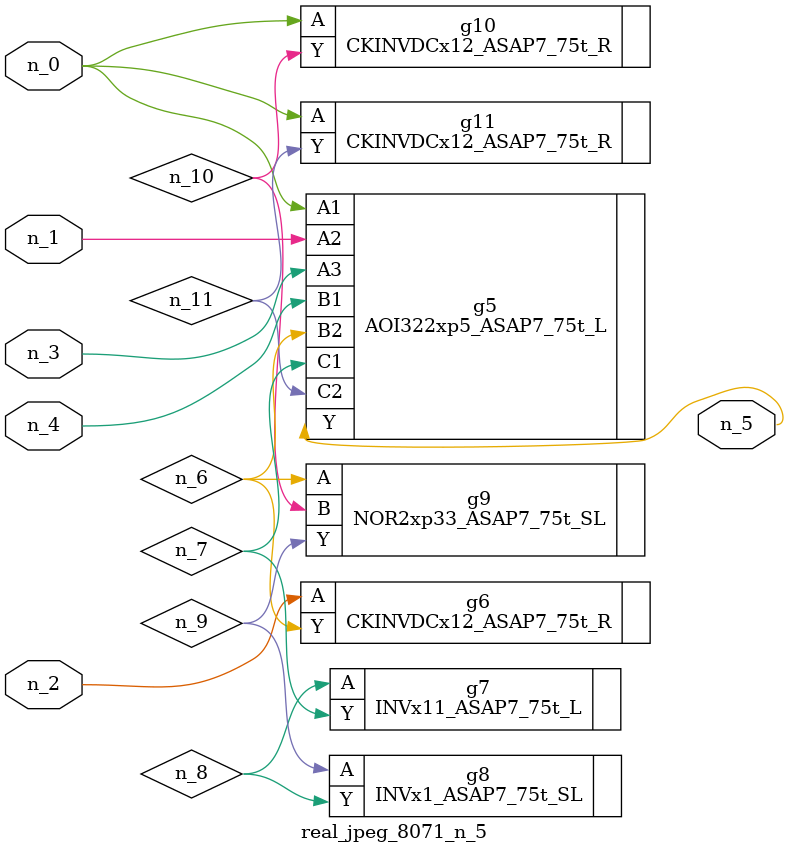
<source format=v>
module real_jpeg_8071_n_5 (n_4, n_0, n_1, n_2, n_3, n_5);

input n_4;
input n_0;
input n_1;
input n_2;
input n_3;

output n_5;

wire n_8;
wire n_11;
wire n_6;
wire n_7;
wire n_10;
wire n_9;

AOI322xp5_ASAP7_75t_L g5 ( 
.A1(n_0),
.A2(n_1),
.A3(n_3),
.B1(n_4),
.B2(n_6),
.C1(n_7),
.C2(n_11),
.Y(n_5)
);

CKINVDCx12_ASAP7_75t_R g10 ( 
.A(n_0),
.Y(n_10)
);

CKINVDCx12_ASAP7_75t_R g11 ( 
.A(n_0),
.Y(n_11)
);

CKINVDCx12_ASAP7_75t_R g6 ( 
.A(n_2),
.Y(n_6)
);

NOR2xp33_ASAP7_75t_SL g9 ( 
.A(n_6),
.B(n_10),
.Y(n_9)
);

INVx11_ASAP7_75t_L g7 ( 
.A(n_8),
.Y(n_7)
);

INVx1_ASAP7_75t_SL g8 ( 
.A(n_9),
.Y(n_8)
);


endmodule
</source>
